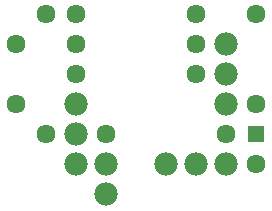
<source format=gbs>
G75*
%MOIN*%
%OFA0B0*%
%FSLAX25Y25*%
%IPPOS*%
%LPD*%
%AMOC8*
5,1,8,0,0,1.08239X$1,22.5*
%
%ADD10C,0.06343*%
%ADD11R,0.05556X0.05556*%
%ADD12C,0.07800*%
D10*
X0035544Y0031000D03*
X0025544Y0041000D03*
X0045544Y0051000D03*
X0045544Y0061000D03*
X0045544Y0071000D03*
X0035544Y0071000D03*
X0025544Y0061000D03*
X0055544Y0031000D03*
X0085544Y0051000D03*
X0085544Y0061000D03*
X0085544Y0071000D03*
X0105544Y0071000D03*
X0105544Y0041000D03*
X0095544Y0031000D03*
X0105544Y0021000D03*
D11*
X0105544Y0031000D03*
D12*
X0045544Y0021000D03*
X0055544Y0021000D03*
X0055544Y0011000D03*
X0075544Y0021000D03*
X0085544Y0021000D03*
X0095544Y0021000D03*
X0095544Y0041000D03*
X0095544Y0051000D03*
X0095544Y0061000D03*
X0045544Y0041000D03*
X0045544Y0031000D03*
M02*

</source>
